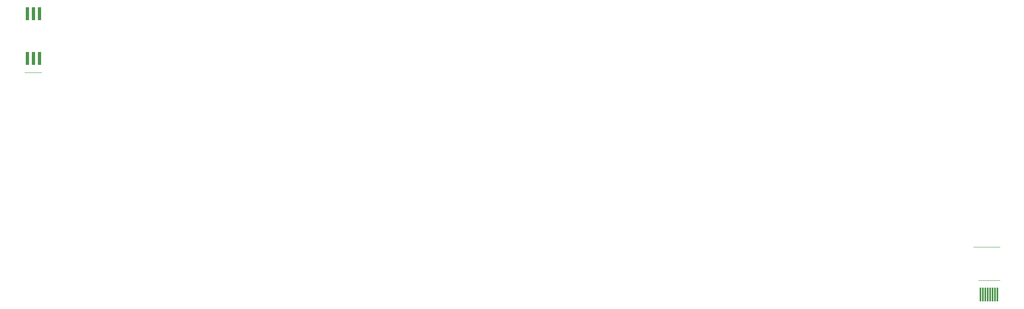
<source format=gts>
G04*
G04 #@! TF.GenerationSoftware,Altium Limited,Altium Designer,19.1.8 (144)*
G04*
G04 Layer_Color=8388736*
%FSLAX43Y43*%
%MOMM*%
G71*
G01*
G75*
%ADD13C,0.013*%
%ADD15R,0.300X3.000*%
%ADD16R,0.653X2.703*%
D13*
X0Y4500D02*
X4500D01*
X-1000Y11528D02*
X4500D01*
X-200318Y48168D02*
X-196762D01*
D15*
X4000Y1524D02*
D03*
X3500D02*
D03*
X2500D02*
D03*
X3000D02*
D03*
X2000D02*
D03*
X1500D02*
D03*
X1000D02*
D03*
X500D02*
D03*
D16*
X-199670Y51128D02*
D03*
X-198400D02*
D03*
X-197130D02*
D03*
Y60528D02*
D03*
X-198400D02*
D03*
X-199670D02*
D03*
M02*

</source>
